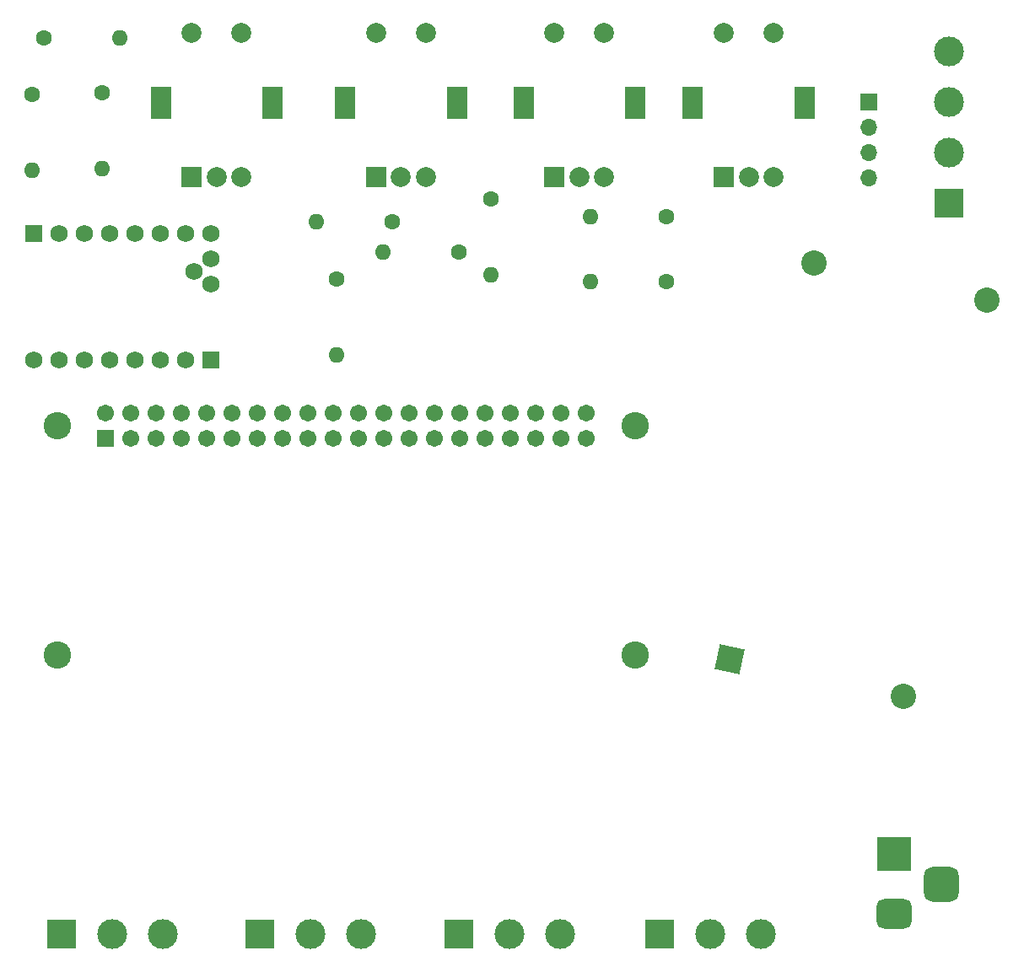
<source format=gbr>
%TF.GenerationSoftware,KiCad,Pcbnew,8.0.5*%
%TF.CreationDate,2025-06-03T16:45:13-04:00*%
%TF.ProjectId,arm,61726d2e-6b69-4636-9164-5f7063625858,rev?*%
%TF.SameCoordinates,Original*%
%TF.FileFunction,Soldermask,Top*%
%TF.FilePolarity,Negative*%
%FSLAX46Y46*%
G04 Gerber Fmt 4.6, Leading zero omitted, Abs format (unit mm)*
G04 Created by KiCad (PCBNEW 8.0.5) date 2025-06-03 16:45:13*
%MOMM*%
%LPD*%
G01*
G04 APERTURE LIST*
G04 Aperture macros list*
%AMRoundRect*
0 Rectangle with rounded corners*
0 $1 Rounding radius*
0 $2 $3 $4 $5 $6 $7 $8 $9 X,Y pos of 4 corners*
0 Add a 4 corners polygon primitive as box body*
4,1,4,$2,$3,$4,$5,$6,$7,$8,$9,$2,$3,0*
0 Add four circle primitives for the rounded corners*
1,1,$1+$1,$2,$3*
1,1,$1+$1,$4,$5*
1,1,$1+$1,$6,$7*
1,1,$1+$1,$8,$9*
0 Add four rect primitives between the rounded corners*
20,1,$1+$1,$2,$3,$4,$5,0*
20,1,$1+$1,$4,$5,$6,$7,0*
20,1,$1+$1,$6,$7,$8,$9,0*
20,1,$1+$1,$8,$9,$2,$3,0*%
%AMRotRect*
0 Rectangle, with rotation*
0 The origin of the aperture is its center*
0 $1 length*
0 $2 width*
0 $3 Rotation angle, in degrees counterclockwise*
0 Add horizontal line*
21,1,$1,$2,0,0,$3*%
G04 Aperture macros list end*
%ADD10R,3.000000X3.000000*%
%ADD11C,3.000000*%
%ADD12R,3.500000X3.500000*%
%ADD13RoundRect,0.750000X1.000000X-0.750000X1.000000X0.750000X-1.000000X0.750000X-1.000000X-0.750000X0*%
%ADD14RoundRect,0.875000X0.875000X-0.875000X0.875000X0.875000X-0.875000X0.875000X-0.875000X-0.875000X0*%
%ADD15C,1.600000*%
%ADD16O,1.600000X1.600000*%
%ADD17RotRect,2.540000X2.540000X78.000000*%
%ADD18C,2.540000*%
%ADD19C,2.750000*%
%ADD20RoundRect,0.102000X-0.754000X-0.754000X0.754000X-0.754000X0.754000X0.754000X-0.754000X0.754000X0*%
%ADD21C,1.712000*%
%ADD22R,2.000000X2.000000*%
%ADD23C,2.000000*%
%ADD24R,2.000000X3.200000*%
%ADD25R,1.700000X1.700000*%
%ADD26O,1.700000X1.700000*%
%ADD27RoundRect,0.102000X0.762000X-0.762000X0.762000X0.762000X-0.762000X0.762000X-0.762000X-0.762000X0*%
%ADD28C,1.728000*%
G04 APERTURE END LIST*
D10*
%TO.C,J4*%
X214920000Y-122500000D03*
D11*
X220000000Y-122500000D03*
X225080000Y-122500000D03*
%TD*%
D12*
%TO.C,J6*%
X238500000Y-114500000D03*
D13*
X238500000Y-120500000D03*
D14*
X243200000Y-117500000D03*
%TD*%
D15*
%TO.C,R5*%
X159000000Y-38000000D03*
D16*
X159000000Y-45620000D03*
%TD*%
D15*
%TO.C,R7*%
X188120000Y-51000000D03*
D16*
X180500000Y-51000000D03*
%TD*%
D10*
%TO.C,J3*%
X194840000Y-122500000D03*
D11*
X199920000Y-122500000D03*
X205000000Y-122500000D03*
%TD*%
D17*
%TO.C,U1*%
X222000000Y-94912537D03*
D18*
X239391466Y-98609205D03*
X247840996Y-58857287D03*
X230449531Y-55160619D03*
%TD*%
D15*
%TO.C,R6*%
X152000000Y-38190000D03*
D16*
X152000000Y-45810000D03*
%TD*%
D15*
%TO.C,R4*%
X194810000Y-54000000D03*
D16*
X187190000Y-54000000D03*
%TD*%
D19*
%TO.C,U2*%
X154500000Y-71500000D03*
X154500000Y-94500000D03*
X212500000Y-71500000D03*
X212500000Y-94500000D03*
D20*
X159370000Y-72770000D03*
D21*
X159370000Y-70230000D03*
X161910000Y-72770000D03*
X161910000Y-70230001D03*
X164450001Y-72770000D03*
X164450000Y-70230000D03*
X166990000Y-72770000D03*
X166990000Y-70230001D03*
X169530000Y-72770000D03*
X169530000Y-70230000D03*
X172070000Y-72770000D03*
X172070000Y-70230001D03*
X174610000Y-72770001D03*
X174610000Y-70230000D03*
X177150000Y-72770000D03*
X177150000Y-70230001D03*
X179690000Y-72770000D03*
X179690000Y-70230000D03*
X182230000Y-72770000D03*
X182230000Y-70230000D03*
X184770000Y-72770000D03*
X184770000Y-70230000D03*
X187310000Y-72770000D03*
X187310000Y-70230000D03*
X189850000Y-72770000D03*
X189850000Y-70230001D03*
X192390000Y-72769999D03*
X192390000Y-70230000D03*
X194930000Y-72770000D03*
X194929999Y-70230000D03*
X197470000Y-72770000D03*
X197470000Y-70230000D03*
X200010000Y-72770000D03*
X200009999Y-70230000D03*
X202550000Y-72770000D03*
X202550000Y-70230000D03*
X205090000Y-72770001D03*
X205089999Y-70230000D03*
X207630000Y-72770000D03*
X207630000Y-70230000D03*
%TD*%
D22*
%TO.C,SW4*%
X186500000Y-46500000D03*
D23*
X191500000Y-46500000D03*
X189000000Y-46500000D03*
D24*
X183400000Y-39000000D03*
X194600000Y-39000000D03*
D23*
X191500000Y-32000000D03*
X186500000Y-32000000D03*
%TD*%
D22*
%TO.C,SW1*%
X221400000Y-46500000D03*
D23*
X226400000Y-46500000D03*
X223900000Y-46500000D03*
D24*
X218300000Y-39000000D03*
X229500000Y-39000000D03*
D23*
X226400000Y-32000000D03*
X221400000Y-32000000D03*
%TD*%
D25*
%TO.C,J7*%
X236000000Y-38920000D03*
D26*
X236000000Y-41460000D03*
X236000000Y-44000000D03*
X236000000Y-46540000D03*
%TD*%
D15*
%TO.C,R1*%
X215620000Y-57000000D03*
D16*
X208000000Y-57000000D03*
%TD*%
D10*
%TO.C,J5*%
X244000000Y-49120000D03*
D11*
X244000000Y-44040000D03*
X244000000Y-38960000D03*
X244000000Y-33880000D03*
%TD*%
D22*
%TO.C,SW3*%
X168000000Y-46500000D03*
D23*
X173000000Y-46500000D03*
X170500000Y-46500000D03*
D24*
X164900000Y-39000000D03*
X176100000Y-39000000D03*
D23*
X173000000Y-32000000D03*
X168000000Y-32000000D03*
%TD*%
D15*
%TO.C,R9*%
X153190000Y-32500000D03*
D16*
X160810000Y-32500000D03*
%TD*%
D15*
%TO.C,R8*%
X182500000Y-56690000D03*
D16*
X182500000Y-64310000D03*
%TD*%
D15*
%TO.C,R3*%
X198000000Y-48690000D03*
D16*
X198000000Y-56310000D03*
%TD*%
D27*
%TO.C,U3*%
X152110000Y-52150000D03*
D28*
X154650000Y-52150000D03*
X157190000Y-52150000D03*
X159730000Y-52150000D03*
X162270000Y-52150000D03*
X164810000Y-52150000D03*
X167350000Y-52150000D03*
X169890000Y-52150000D03*
D27*
X169890000Y-64850000D03*
D28*
X167350000Y-64850000D03*
X164810000Y-64850000D03*
X162270000Y-64850000D03*
X159730000Y-64850000D03*
X157190000Y-64850000D03*
X154650000Y-64850000D03*
X152110000Y-64850000D03*
X169890000Y-57230000D03*
X169890000Y-54690000D03*
X168239000Y-55960000D03*
%TD*%
D22*
%TO.C,SW2*%
X204400000Y-46500000D03*
D23*
X209400000Y-46500000D03*
X206900000Y-46500000D03*
D24*
X201300000Y-39000000D03*
X212500000Y-39000000D03*
D23*
X209400000Y-32000000D03*
X204400000Y-32000000D03*
%TD*%
D10*
%TO.C,J2*%
X174840000Y-122500000D03*
D11*
X179920000Y-122500000D03*
X185000000Y-122500000D03*
%TD*%
D10*
%TO.C,J1*%
X154920000Y-122500000D03*
D11*
X160000000Y-122500000D03*
X165080000Y-122500000D03*
%TD*%
D15*
%TO.C,R2*%
X215620000Y-50500000D03*
D16*
X208000000Y-50500000D03*
%TD*%
M02*

</source>
